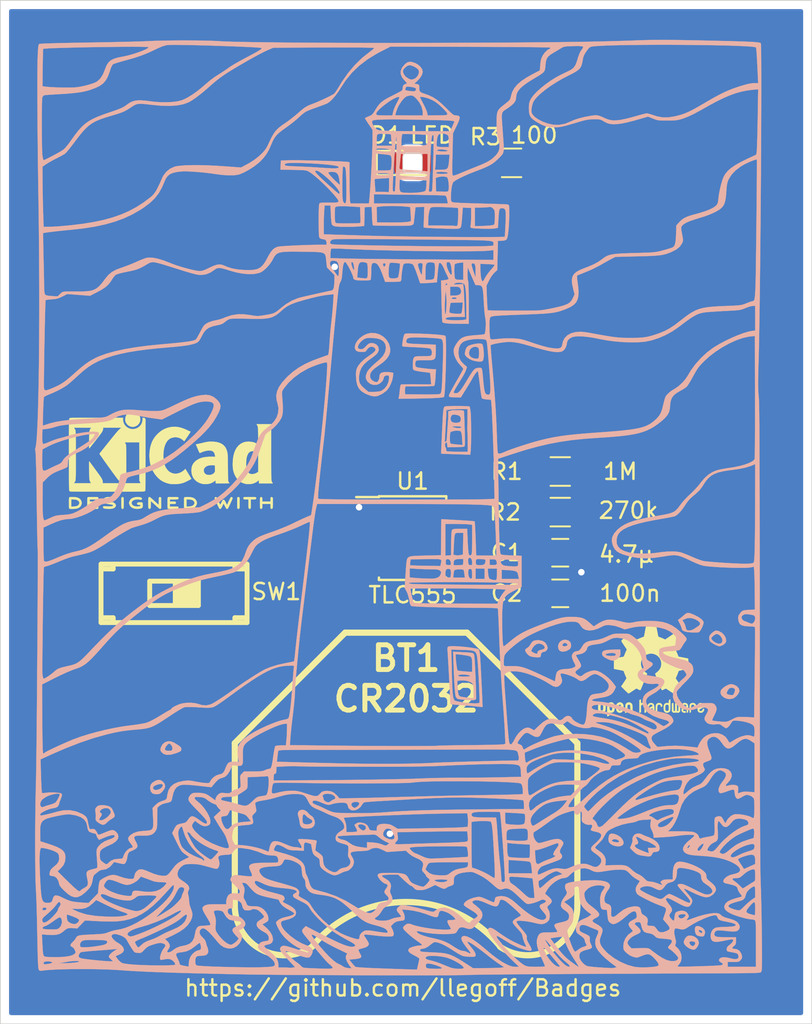
<source format=kicad_pcb>
(kicad_pcb (version 20171130) (host pcbnew "(5.1.2)-2")
  (layers (0 F.Cu signal) (31 B.Cu signal) (34 B.Paste user) (35 F.Paste user) (36 B.SilkS user) (37 F.SilkS user) (38 B.Mask user) (39 F.Mask user) (44 Edge.Cuts user))
  (net 0 "")
  (net 1 "Net-(BT1-Pad1)")
  (net 2 GND)
  (net 3 "Net-(C1-Pad1)")
  (net 4 "Net-(C2-Pad1)")
  (net 5 "Net-(D1-Pad2)")
  (net 6 "Net-(D1-Pad1)")
  (net 7 +3V3)
  (net 8 "Net-(R1-Pad2)")
  (net 9 "Net-(SW1-Pad3)")
  (net 10 "Net-(SW1-Pad6)")
  (module Symbols:KiCad-Logo2_6mm_SilkScreen (layer F.Cu) (at 60.5 115.3)
    (fp_text reference REF*** hide)
    (fp_text value KiCad-Logo2_6mm_SilkScreen hide)
  )
  (module Symbols:OSHW-Logo2_7.3x6mm_SilkScreen (layer F.Cu) (at 90.1 128.3)
    (fp_text reference REF*** hide)
    (fp_text value OSHW-Logo2_7.3x6mm_SilkScreen hide)
  )
  (module _LaurentPerso:badge-phare (layer B.Cu) (at 74.5 99.5 180)
    (fp_text reference "" (at 0 0) (layer B.SilkS) (effects (font (size 1.27 1.27)) (justify mirror)))
    (fp_text value "" (at 0 0) (layer B.SilkS) (effects (font (size 1.27 1.27)) (justify mirror)))
  )
  (module _LaurentPerso:CR2032_smd (layer F.Cu) (at 75 136.5)
    (fp_text reference BT1 (at 0 -9) (layer F.SilkS) (effects (font (size 1.524 1.524) (thickness 0.3048))))
    (fp_text value CR2032 (at 0 -6.5) (layer F.SilkS) (effects (font (size 1.524 1.524) (thickness 0.3048))))
    (pad 1 smd rect (at -14.465 0) (size 5.08 5.08) (layers F.Cu F.Paste F.Mask) (net 1 "Net-(BT1-Pad1)"))
    (pad 1 smd rect (at 14.465 0) (size 5.08 5.08) (layers F.Cu F.Paste F.Mask) (net 1 "Net-(BT1-Pad1)"))
    (pad 2 smd circle (at 0 0) (size 6 6) (layers F.Cu F.Paste F.Mask) (net 2 GND))
  )
  (module Capacitors_SMD:C_0805_HandSoldering (layer F.Cu) (at 84.5 121)
    (fp_text reference C1 (at -3.3 0) (layer F.SilkS))
    (fp_text value 4.7µ (at 4.1 0.1) (layer F.SilkS))
    (pad 2 smd rect (at 1.25 0) (size 1.5 1.25) (layers F.Cu F.Paste F.Mask) (net 2 GND))
    (pad 1 smd rect (at -1.25 0) (size 1.5 1.25) (layers F.Cu F.Paste F.Mask) (net 3 "Net-(C1-Pad1)"))
  )
  (module Capacitors_SMD:C_0805_HandSoldering (layer F.Cu) (at 84.5 123.5)
    (fp_text reference C2 (at -3.3 0) (layer F.SilkS))
    (fp_text value 100n (at 4.3 0) (layer F.SilkS))
    (pad 1 smd rect (at -1.25 0) (size 1.5 1.25) (layers F.Cu F.Paste F.Mask) (net 4 "Net-(C2-Pad1)"))
    (pad 2 smd rect (at 1.25 0) (size 1.5 1.25) (layers F.Cu F.Paste F.Mask) (net 2 GND))
  )
  (module LEDs:LED_0805_HandSoldering (layer F.Cu) (at 75.4 97)
    (fp_text reference D1 (at -1.6 -1.7) (layer F.SilkS))
    (fp_text value LED (at 1.2 -1.7) (layer F.SilkS))
    (pad 2 smd rect (at 1.35 0) (size 1.5 1.3) (layers F.Cu F.Paste F.Mask) (net 5 "Net-(D1-Pad2)"))
    (pad 1 smd rect (at -1.35 0) (size 1.5 1.3) (layers F.Cu F.Paste F.Mask) (net 6 "Net-(D1-Pad1)"))
  )
  (module Resistors_SMD:R_0805_HandSoldering (layer F.Cu) (at 84.5 116)
    (fp_text reference R1 (at -3.3 0) (layer F.SilkS))
    (fp_text value 1M (at 3.7 0) (layer F.SilkS))
    (pad 1 smd rect (at -1.35 0) (size 1.5 1.3) (layers F.Cu F.Paste F.Mask) (net 7 +3V3))
    (pad 2 smd rect (at 1.35 0) (size 1.5 1.3) (layers F.Cu F.Paste F.Mask) (net 8 "Net-(R1-Pad2)"))
  )
  (module Resistors_SMD:R_0805_HandSoldering (layer F.Cu) (at 84.5 118.5 180)
    (fp_text reference R2 (at 3.4 0) (layer F.SilkS))
    (fp_text value 270k (at -4.2 0.1) (layer F.SilkS))
    (pad 2 smd rect (at 1.35 0 180) (size 1.5 1.3) (layers F.Cu F.Paste F.Mask) (net 3 "Net-(C1-Pad1)"))
    (pad 1 smd rect (at -1.35 0 180) (size 1.5 1.3) (layers F.Cu F.Paste F.Mask) (net 8 "Net-(R1-Pad2)"))
  )
  (module Resistors_SMD:R_0805_HandSoldering (layer F.Cu) (at 81.5 97 180)
    (fp_text reference R3 (at 1.6 1.6) (layer F.SilkS))
    (fp_text value 100 (at -1.4 1.7) (layer F.SilkS))
    (pad 2 smd rect (at 1.35 0 180) (size 1.5 1.3) (layers F.Cu F.Paste F.Mask) (net 5 "Net-(D1-Pad2)"))
    (pad 1 smd rect (at -1.35 0 180) (size 1.5 1.3) (layers F.Cu F.Paste F.Mask) (net 7 +3V3))
  )
  (module _LaurentPerso:SW_DPDT_MSS22D18 (layer F.Cu) (at 60.7 123.5 180)
    (fp_text reference SW1 (at -6.3 0.1) (layer F.SilkS))
    (fp_text value SW_DPDT_x2)
    (pad 1 smd rect (at -2.5 -2.75 180) (size 1.2 2.5) (layers F.Cu F.Paste F.Mask) (net 7 +3V3))
    (pad 2 smd rect (at 0 -2.75 180) (size 1.2 2.5) (layers F.Cu F.Paste F.Mask) (net 1 "Net-(BT1-Pad1)"))
    (pad 3 smd rect (at 2.5 -2.75 180) (size 1.2 2.5) (layers F.Cu F.Paste F.Mask) (net 9 "Net-(SW1-Pad3)"))
    (pad 4 smd rect (at -2.5 2.75 180) (size 1.2 2.5) (layers F.Cu F.Paste F.Mask) (net 7 +3V3))
    (pad 5 smd rect (at 0 2.75 180) (size 1.2 2.5) (layers F.Cu F.Paste F.Mask) (net 1 "Net-(BT1-Pad1)"))
    (pad 6 smd rect (at 2.5 2.75 180) (size 1.2 2.5) (layers F.Cu F.Paste F.Mask) (net 10 "Net-(SW1-Pad6)"))
  )
  (module Housings_SOIC:SOIC-8_3.9x4.9mm_Pitch1.27mm (layer F.Cu) (at 75.4 120.1)
    (fp_text reference U1 (at 0 -3.5) (layer F.SilkS))
    (fp_text value TLC555 (at 0 3.5) (layer F.SilkS))
    (pad 8 smd rect (at 2.7 -1.905) (size 1.55 0.6) (layers F.Cu F.Paste F.Mask) (net 7 +3V3))
    (pad 7 smd rect (at 2.7 -0.635) (size 1.55 0.6) (layers F.Cu F.Paste F.Mask) (net 8 "Net-(R1-Pad2)"))
    (pad 6 smd rect (at 2.7 0.635) (size 1.55 0.6) (layers F.Cu F.Paste F.Mask) (net 3 "Net-(C1-Pad1)"))
    (pad 5 smd rect (at 2.7 1.905) (size 1.55 0.6) (layers F.Cu F.Paste F.Mask) (net 4 "Net-(C2-Pad1)"))
    (pad 4 smd rect (at -2.7 1.905) (size 1.55 0.6) (layers F.Cu F.Paste F.Mask) (net 7 +3V3))
    (pad 3 smd rect (at -2.7 0.635) (size 1.55 0.6) (layers F.Cu F.Paste F.Mask) (net 6 "Net-(D1-Pad1)"))
    (pad 2 smd rect (at -2.7 -0.635) (size 1.55 0.6) (layers F.Cu F.Paste F.Mask) (net 3 "Net-(C1-Pad1)"))
    (pad 1 smd rect (at -2.7 -1.905) (size 1.55 0.6) (layers F.Cu F.Paste F.Mask) (net 2 GND))
  )
  (gr_text https://github.com/llegoff/Badges (at 74.8 147.8) (layer F.SilkS) (effects (font (size 1 1))))
  (gr_line (start 74.8 97.35) (end 74.8 96.65) (layer Edge.Cuts) (width 0.05))
  (gr_line (start 75.75 97.6) (end 75.05 97.6) (layer Edge.Cuts) (width 0.05))
  (gr_line (start 76 96.65) (end 76 97.35) (layer Edge.Cuts) (width 0.05))
  (gr_line (start 75.05 96.4) (end 75.75 96.4) (layer Edge.Cuts) (width 0.05))
  (gr_arc (start 75.75 97.35) (end 75.75 97.6) (angle -90) (layer Edge.Cuts) (width 0.05))
  (gr_arc (start 75.75 96.65) (end 76 96.65) (angle -90) (layer Edge.Cuts) (width 0.05))
  (gr_arc (start 75.05 97.35) (end 74.8 97.35) (angle -90) (layer Edge.Cuts) (width 0.05))
  (gr_arc (start 75.05 96.65) (end 75.05 96.4) (angle -90) (layer Edge.Cuts) (width 0.05))
  (gr_line (start 50 87) (end 50 150) (layer Edge.Cuts) (width 0.05))
  (gr_line (start 100 87) (end 50 87) (layer Edge.Cuts) (width 0.05))
  (gr_line (start 100 150) (end 100 87) (layer Edge.Cuts) (width 0.05))
  (gr_line (start 50 150) (end 100 150) (layer Edge.Cuts) (width 0.05))
  (segment (start 60.535 126.415) (end 60.7 126.25) (width 0.25) (layer F.Cu) (net 1))
  (segment (start 60.535 136.5) (end 60.535 126.415) (width 0.25) (layer F.Cu) (net 1))
  (segment (start 60.7 124.75) (end 60.7 120.75) (width 0.25) (layer F.Cu) (net 1))
  (segment (start 60.7 126.25) (end 60.7 124.75) (width 0.25) (layer F.Cu) (net 1))
  (via (at 70.6 103.4) (size 0.8) (drill 0.4) (layers F.Cu B.Cu) (net 2))
  (via (at 85.8 122.2) (size 0.8) (drill 0.4) (layers F.Cu B.Cu) (net 2))
  (via (at 72.1 118.2) (size 0.8) (drill 0.4) (layers F.Cu B.Cu) (net 2))
  (via (at 74 138.3) (size 0.8) (drill 0.4) (layers F.Cu B.Cu) (net 2))
  (segment (start 85.75 122.15) (end 85.8 122.2) (width 0.25) (layer F.Cu) (net 2))
  (segment (start 85.75 121) (end 85.75 122.15) (width 0.25) (layer F.Cu) (net 2))
  (segment (start 85.75 122.25) (end 85.8 122.2) (width 0.25) (layer F.Cu) (net 2))
  (segment (start 85.75 123.5) (end 85.75 122.25) (width 0.25) (layer F.Cu) (net 2))
  (segment (start 83.15 120.9) (end 83.25 121) (width 0.25) (layer F.Cu) (net 3))
  (segment (start 83.15 118.5) (end 83.15 120.9) (width 0.25) (layer F.Cu) (net 3))
  (segment (start 81.53 121) (end 81.265 120.735) (width 0.25) (layer F.Cu) (net 3))
  (segment (start 83.25 121) (end 81.53 121) (width 0.25) (layer F.Cu) (net 3))
  (segment (start 81.265 120.735) (end 78.1 120.735) (width 0.25) (layer F.Cu) (net 3))
  (segment (start 72.7 119.465) (end 75.665 119.465) (width 0.25) (layer F.Cu) (net 3))
  (segment (start 76.935 120.735) (end 78.1 120.735) (width 0.25) (layer F.Cu) (net 3))
  (segment (start 75.665 119.465) (end 76.935 120.735) (width 0.25) (layer F.Cu) (net 3))
  (segment (start 78.1 122.005) (end 80.405 122.005) (width 0.25) (layer F.Cu) (net 4))
  (segment (start 81.9 123.5) (end 83.25 123.5) (width 0.25) (layer F.Cu) (net 4))
  (segment (start 80.405 122.005) (end 81.9 123.5) (width 0.25) (layer F.Cu) (net 4))
  (segment (start 79.15 97) (end 76.75 97) (width 0.25) (layer F.Cu) (net 5))
  (segment (start 80.15 97) (end 79.15 97) (width 0.25) (layer F.Cu) (net 5))
  (segment (start 73.05 97) (end 72.6 97.45) (width 0.25) (layer F.Cu) (net 6))
  (segment (start 74.05 97) (end 73.05 97) (width 0.25) (layer F.Cu) (net 6))
  (segment (start 72.6 97.45) (end 72.6 98.5) (width 0.25) (layer F.Cu) (net 6))
  (segment (start 72.6 98.5) (end 73 98.9) (width 0.25) (layer F.Cu) (net 6))
  (segment (start 73 98.9) (end 93.5 98.9) (width 0.25) (layer F.Cu) (net 6))
  (segment (start 93.5 98.9) (end 94.9 100.3) (width 0.25) (layer F.Cu) (net 6))
  (segment (start 94.9 100.3) (end 94.9 112.3) (width 0.25) (layer F.Cu) (net 6))
  (segment (start 94.9 112.3) (end 93.7 113.5) (width 0.25) (layer F.Cu) (net 6))
  (segment (start 93.7 113.5) (end 72.4 113.5) (width 0.25) (layer F.Cu) (net 6))
  (segment (start 72.4 113.5) (end 70.5 115.4) (width 0.25) (layer F.Cu) (net 6))
  (segment (start 70.5 115.4) (end 70.5 119.8) (width 0.25) (layer F.Cu) (net 6))
  (segment (start 71.435 120.735) (end 72.7 120.735) (width 0.25) (layer F.Cu) (net 6))
  (segment (start 70.5 119.8) (end 71.435 120.735) (width 0.25) (layer F.Cu) (net 6))
  (segment (start 82.15 116) (end 83.15 116) (width 0.25) (layer F.Cu) (net 7))
  (segment (start 81.32 116) (end 82.15 116) (width 0.25) (layer F.Cu) (net 7))
  (segment (start 79.125 118.195) (end 81.32 116) (width 0.25) (layer F.Cu) (net 7))
  (segment (start 78.1 118.195) (end 79.125 118.195) (width 0.25) (layer F.Cu) (net 7))
  (segment (start 63.2 120.75) (end 63.2 122.25) (width 0.25) (layer F.Cu) (net 7))
  (segment (start 65.4 123.4) (end 63.2 123.4) (width 0.25) (layer F.Cu) (net 7))
  (segment (start 66.795 122.005) (end 65.4 123.4) (width 0.25) (layer F.Cu) (net 7))
  (segment (start 72.7 122.005) (end 66.795 122.005) (width 0.25) (layer F.Cu) (net 7))
  (segment (start 63.2 122.25) (end 63.2 123.4) (width 0.25) (layer F.Cu) (net 7))
  (segment (start 63.2 123.4) (end 63.2 126.25) (width 0.25) (layer F.Cu) (net 7))
  (segment (start 72.7 122.555) (end 75.345 125.2) (width 0.25) (layer F.Cu) (net 7))
  (segment (start 72.7 122.005) (end 72.7 122.555) (width 0.25) (layer F.Cu) (net 7))
  (segment (start 75.345 125.2) (end 87.2 125.2) (width 0.25) (layer F.Cu) (net 7))
  (segment (start 87.2 125.2) (end 87.9 124.5) (width 0.25) (layer F.Cu) (net 7))
  (segment (start 87.9 124.5) (end 87.9 115.2) (width 0.25) (layer F.Cu) (net 7))
  (segment (start 87.9 115.2) (end 87.1 114.4) (width 0.25) (layer F.Cu) (net 7))
  (segment (start 87.1 114.4) (end 83.7 114.4) (width 0.25) (layer F.Cu) (net 7))
  (segment (start 83.15 114.95) (end 83.15 116) (width 0.25) (layer F.Cu) (net 7))
  (segment (start 83.7 114.4) (end 83.15 114.95) (width 0.25) (layer F.Cu) (net 7))
  (segment (start 94.7 115.2) (end 87.9 115.2) (width 0.25) (layer F.Cu) (net 7))
  (segment (start 96.4 113.5) (end 94.7 115.2) (width 0.25) (layer F.Cu) (net 7))
  (segment (start 96.4 99.4) (end 96.4 113.5) (width 0.25) (layer F.Cu) (net 7))
  (segment (start 82.85 97) (end 94 97) (width 0.25) (layer F.Cu) (net 7))
  (segment (start 94 97) (end 96.4 99.4) (width 0.25) (layer F.Cu) (net 7))
  (segment (start 85.85 116) (end 85.85 116.9) (width 0.25) (layer F.Cu) (net 8))
  (segment (start 78.1 119.465) (end 79.635 119.465) (width 0.25) (layer F.Cu) (net 8))
  (segment (start 79.635 119.465) (end 81.8 117.3) (width 0.25) (layer F.Cu) (net 8))
  (segment (start 85.7 117.3) (end 85.85 117.45) (width 0.25) (layer F.Cu) (net 8))
  (segment (start 81.8 117.3) (end 85.7 117.3) (width 0.25) (layer F.Cu) (net 8))
  (segment (start 85.85 116.9) (end 85.85 117.45) (width 0.25) (layer F.Cu) (net 8))
  (segment (start 85.85 117.45) (end 85.85 118.5) (width 0.25) (layer F.Cu) (net 8))
  (zone (net 2) (net_name GND) (layer B.Cu) (connect_pads (clearance 0.508)) (min_thickness 0.254) (fill yes (arc_segments 32) (thermal_gap 0.508) (thermal_bridge_width 0.508))
    (polygon (pts (xy 50 87) (xy 100 87) (xy 100 150) (xy 50 150)))
  )
  (zone (net 2) (net_name GND) (layer F.Cu) (connect_pads (clearance 0.508)) (min_thickness 0.254) (fill yes (arc_segments 32) (thermal_gap 0.508) (thermal_bridge_width 0.508))
    (polygon (pts (xy 60 100) (xy 90 100) (xy 90 105) (xy 60 105)))
  )
)
</source>
